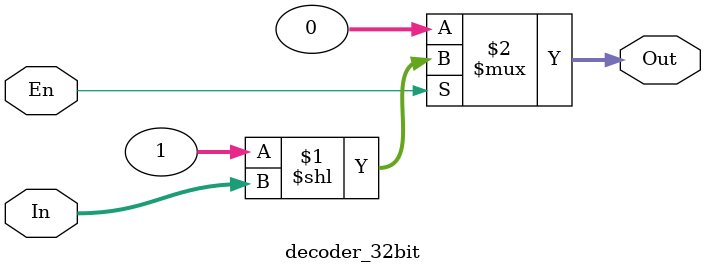
<source format=v>
`timescale 1ns / 1ps

module decoder_32bit(
 output [31:0] Out,
 input [4:0] In,
 input En
);
 assign Out =En ? (1<<In) : 0;
 
endmodule

</source>
